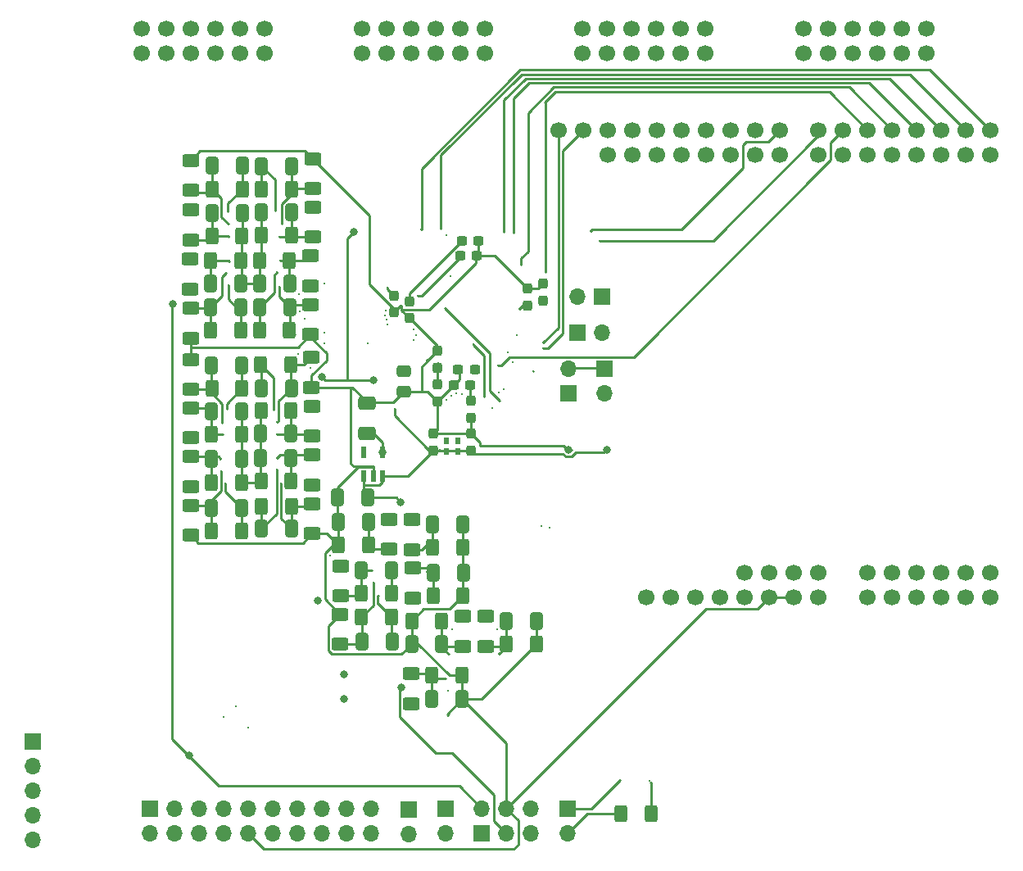
<source format=gbr>
%TF.GenerationSoftware,KiCad,Pcbnew,(6.0.7)*%
%TF.CreationDate,2023-05-13T08:51:53+05:30*%
%TF.ProjectId,DSP_board,4453505f-626f-4617-9264-2e6b69636164,rev?*%
%TF.SameCoordinates,Original*%
%TF.FileFunction,Copper,L4,Bot*%
%TF.FilePolarity,Positive*%
%FSLAX46Y46*%
G04 Gerber Fmt 4.6, Leading zero omitted, Abs format (unit mm)*
G04 Created by KiCad (PCBNEW (6.0.7)) date 2023-05-13 08:51:53*
%MOMM*%
%LPD*%
G01*
G04 APERTURE LIST*
G04 Aperture macros list*
%AMRoundRect*
0 Rectangle with rounded corners*
0 $1 Rounding radius*
0 $2 $3 $4 $5 $6 $7 $8 $9 X,Y pos of 4 corners*
0 Add a 4 corners polygon primitive as box body*
4,1,4,$2,$3,$4,$5,$6,$7,$8,$9,$2,$3,0*
0 Add four circle primitives for the rounded corners*
1,1,$1+$1,$2,$3*
1,1,$1+$1,$4,$5*
1,1,$1+$1,$6,$7*
1,1,$1+$1,$8,$9*
0 Add four rect primitives between the rounded corners*
20,1,$1+$1,$2,$3,$4,$5,0*
20,1,$1+$1,$4,$5,$6,$7,0*
20,1,$1+$1,$6,$7,$8,$9,0*
20,1,$1+$1,$8,$9,$2,$3,0*%
G04 Aperture macros list end*
%TA.AperFunction,ComponentPad*%
%ADD10R,1.700000X1.700000*%
%TD*%
%TA.AperFunction,ComponentPad*%
%ADD11O,1.700000X1.700000*%
%TD*%
%TA.AperFunction,ComponentPad*%
%ADD12C,1.700000*%
%TD*%
%TA.AperFunction,SMDPad,CuDef*%
%ADD13RoundRect,0.250000X0.412500X0.650000X-0.412500X0.650000X-0.412500X-0.650000X0.412500X-0.650000X0*%
%TD*%
%TA.AperFunction,SMDPad,CuDef*%
%ADD14RoundRect,0.250000X-0.625000X0.400000X-0.625000X-0.400000X0.625000X-0.400000X0.625000X0.400000X0*%
%TD*%
%TA.AperFunction,SMDPad,CuDef*%
%ADD15RoundRect,0.237500X-0.237500X0.300000X-0.237500X-0.300000X0.237500X-0.300000X0.237500X0.300000X0*%
%TD*%
%TA.AperFunction,SMDPad,CuDef*%
%ADD16RoundRect,0.250000X0.625000X-0.400000X0.625000X0.400000X-0.625000X0.400000X-0.625000X-0.400000X0*%
%TD*%
%TA.AperFunction,SMDPad,CuDef*%
%ADD17RoundRect,0.250000X-0.400000X-0.625000X0.400000X-0.625000X0.400000X0.625000X-0.400000X0.625000X0*%
%TD*%
%TA.AperFunction,SMDPad,CuDef*%
%ADD18RoundRect,0.250000X0.400000X0.625000X-0.400000X0.625000X-0.400000X-0.625000X0.400000X-0.625000X0*%
%TD*%
%TA.AperFunction,SMDPad,CuDef*%
%ADD19RoundRect,0.250000X-0.412500X-0.650000X0.412500X-0.650000X0.412500X0.650000X-0.412500X0.650000X0*%
%TD*%
%TA.AperFunction,SMDPad,CuDef*%
%ADD20RoundRect,0.237500X-0.300000X-0.237500X0.300000X-0.237500X0.300000X0.237500X-0.300000X0.237500X0*%
%TD*%
%TA.AperFunction,SMDPad,CuDef*%
%ADD21R,0.600000X0.750000*%
%TD*%
%TA.AperFunction,SMDPad,CuDef*%
%ADD22RoundRect,0.237500X0.237500X-0.300000X0.237500X0.300000X-0.237500X0.300000X-0.237500X-0.300000X0*%
%TD*%
%TA.AperFunction,SMDPad,CuDef*%
%ADD23RoundRect,0.237500X0.300000X0.237500X-0.300000X0.237500X-0.300000X-0.237500X0.300000X-0.237500X0*%
%TD*%
%TA.AperFunction,SMDPad,CuDef*%
%ADD24RoundRect,0.250000X-0.650000X0.412500X-0.650000X-0.412500X0.650000X-0.412500X0.650000X0.412500X0*%
%TD*%
%TA.AperFunction,SMDPad,CuDef*%
%ADD25RoundRect,0.250000X-0.475000X0.337500X-0.475000X-0.337500X0.475000X-0.337500X0.475000X0.337500X0*%
%TD*%
%TA.AperFunction,SMDPad,CuDef*%
%ADD26R,0.600000X1.250000*%
%TD*%
%TA.AperFunction,ViaPad*%
%ADD27C,0.300000*%
%TD*%
%TA.AperFunction,ViaPad*%
%ADD28C,0.800000*%
%TD*%
%TA.AperFunction,Conductor*%
%ADD29C,0.250000*%
%TD*%
G04 APERTURE END LIST*
D10*
%TO.P,JVSI1,1,Pin_1*%
%TO.N,Igrid3*%
X100120000Y-140610000D03*
D11*
%TO.P,JVSI1,2,Pin_2*%
%TO.N,Vgrid3*%
X100120000Y-143150000D03*
%TO.P,JVSI1,3,Pin_3*%
%TO.N,Igrid2*%
X102660000Y-140610000D03*
%TO.P,JVSI1,4,Pin_4*%
%TO.N,Vgrid2*%
X102660000Y-143150000D03*
%TO.P,JVSI1,5,Pin_5*%
%TO.N,Igrid1*%
X105200000Y-140610000D03*
%TO.P,JVSI1,6,Pin_6*%
%TO.N,Vgrid1*%
X105200000Y-143150000D03*
%TO.P,JVSI1,7,Pin_7*%
%TO.N,OCD_grid1*%
X107740000Y-140610000D03*
%TO.P,JVSI1,8,Pin_8*%
%TO.N,OCD_grd2*%
X107740000Y-143150000D03*
%TO.P,JVSI1,9,Pin_9*%
%TO.N,OCD_grid3*%
X110280000Y-140610000D03*
%TO.P,JVSI1,10,Pin_10*%
%TO.N,ctrl_gnd*%
X110280000Y-143150000D03*
%TO.P,JVSI1,11,Pin_11*%
%TO.N,vsi_ready*%
X112820000Y-140610000D03*
%TO.P,JVSI1,12,Pin_12*%
%TO.N,vsi_fault*%
X112820000Y-143150000D03*
%TO.P,JVSI1,13,Pin_13*%
%TO.N,VSI32*%
X115360000Y-140610000D03*
%TO.P,JVSI1,14,Pin_14*%
%TO.N,VSI31*%
X115360000Y-143150000D03*
%TO.P,JVSI1,15,Pin_15*%
%TO.N,VSI22*%
X117900000Y-140610000D03*
%TO.P,JVSI1,16,Pin_16*%
%TO.N,VSI21*%
X117900000Y-143150000D03*
%TO.P,JVSI1,17,Pin_17*%
%TO.N,VSI12*%
X120440000Y-140610000D03*
%TO.P,JVSI1,18,Pin_18*%
%TO.N,VSI11*%
X120440000Y-143150000D03*
%TO.P,JVSI1,19,Pin_19*%
%TO.N,SCL*%
X122980000Y-140610000D03*
%TO.P,JVSI1,20,Pin_20*%
%TO.N,SDA*%
X122980000Y-143150000D03*
%TD*%
D10*
%TO.P,J1,1,Pin_1*%
%TO.N,Net-(IC5-Pad41)*%
X147130000Y-95130000D03*
D11*
%TO.P,J1,2,Pin_2*%
%TO.N,Net-(J1-Pad2)*%
X147130000Y-97670000D03*
%TD*%
D10*
%TO.P,J3,1,Pin_1*%
%TO.N,Net-(IC5-Pad49)*%
X144305000Y-91440000D03*
D11*
%TO.P,J3,2,Pin_2*%
%TO.N,Net-(J3-Pad2)*%
X146845000Y-91440000D03*
%TD*%
D10*
%TO.P,J9,1,Pin_1*%
%TO.N,Analog_in1*%
X88005000Y-133720000D03*
D11*
%TO.P,J9,2,Pin_2*%
%TO.N,Analog_in2*%
X88005000Y-136260000D03*
%TO.P,J9,3,Pin_3*%
%TO.N,Analog_in3*%
X88005000Y-138800000D03*
%TO.P,J9,4,Pin_4*%
%TO.N,Analog_in4*%
X88005000Y-141340000D03*
%TO.P,J9,5,Pin_5*%
%TO.N,Analog_in5*%
X88005000Y-143880000D03*
%TD*%
D10*
%TO.P,J2,1,Pin_1*%
%TO.N,Net-(J2-Pad1)*%
X143380000Y-97705000D03*
D11*
%TO.P,J2,2,Pin_2*%
%TO.N,Net-(IC5-Pad41)*%
X143380000Y-95165000D03*
%TD*%
D12*
%TO.P,B1,1*%
%TO.N,unconnected-(B1-Pad1)*%
X151465000Y-118800000D03*
%TO.P,B1,2,IOREF*%
%TO.N,unconnected-(B1-Pad2)*%
X154005000Y-118800000D03*
%TO.P,B1,3,RST*%
%TO.N,unconnected-(B1-Pad3)*%
X156545000Y-118800000D03*
%TO.P,B1,4,3V3*%
%TO.N,FPGA_3v3*%
X159085000Y-118800000D03*
%TO.P,B1,5,5V0*%
%TO.N,unconnected-(B1-Pad5)*%
X161625000Y-118800000D03*
%TO.P,B1,6,GND*%
%TO.N,ctrl_gnd*%
X164165000Y-118800000D03*
%TO.P,B1,7,GND*%
X166705000Y-118800000D03*
%TO.P,B1,8,VIN*%
%TO.N,ctrl_15*%
X169245000Y-118800000D03*
%TO.P,B1,10,V_P*%
%TO.N,unconnected-(B1-Pad10)*%
X161625000Y-116260000D03*
%TO.P,B1,11,V_N*%
%TO.N,unconnected-(B1-Pad11)*%
X164165000Y-116260000D03*
%TO.P,B1,12,XGND*%
%TO.N,unconnected-(B1-Pad12)*%
X166705000Y-116260000D03*
%TO.P,B1,13,XVREF*%
%TO.N,unconnected-(B1-Pad13)*%
X169245000Y-116260000D03*
%TO.P,B1,14,A0*%
%TO.N,OCD_grid1*%
X174325000Y-118800000D03*
%TO.P,B1,15,A1*%
%TO.N,OCD_grd2*%
X176865000Y-118800000D03*
%TO.P,B1,16,A2*%
%TO.N,OCD_grid3*%
X179405000Y-118800000D03*
%TO.P,B1,17,A3*%
%TO.N,unconnected-(B1-Pad17)*%
X181945000Y-118800000D03*
%TO.P,B1,18,A4*%
%TO.N,unconnected-(B1-Pad18)*%
X184485000Y-118800000D03*
%TO.P,B1,19,A5*%
%TO.N,unconnected-(B1-Pad19)*%
X187025000Y-118800000D03*
%TO.P,B1,20,A6*%
%TO.N,unconnected-(B1-Pad20)*%
X174325000Y-116260000D03*
%TO.P,B1,21,A7*%
%TO.N,unconnected-(B1-Pad21)*%
X176865000Y-116260000D03*
%TO.P,B1,22,A8*%
%TO.N,unconnected-(B1-Pad22)*%
X179405000Y-116260000D03*
%TO.P,B1,23,A9*%
%TO.N,unconnected-(B1-Pad23)*%
X181945000Y-116260000D03*
%TO.P,B1,24,A10*%
%TO.N,unconnected-(B1-Pad24)*%
X184485000Y-116260000D03*
%TO.P,B1,25,A11*%
%TO.N,unconnected-(B1-Pad25)*%
X187025000Y-116260000D03*
%TO.P,B1,26,IO41*%
%TO.N,batt_ready*%
X147435000Y-73060000D03*
%TO.P,B1,27,IO40*%
%TO.N,batt_fault*%
X149975000Y-73060000D03*
%TO.P,B1,28,IO39*%
%TO.N,DAB2_PWM22*%
X152515000Y-73060000D03*
%TO.P,B1,29,IO38*%
%TO.N,DAB2_PWM21*%
X155055000Y-73060000D03*
%TO.P,B1,30,IO37*%
%TO.N,DAB2_PWM12*%
X157595000Y-73060000D03*
%TO.P,B1,31,IO36*%
%TO.N,DAB2_PWM11*%
X160135000Y-73060000D03*
%TO.P,B1,32,IO35*%
%TO.N,DAB1PWM22*%
X162675000Y-73060000D03*
%TO.P,B1,33,IO34*%
%TO.N,DAB1PWM21*%
X165215000Y-73060000D03*
%TO.P,B1,34,IO33*%
%TO.N,DAB1PWM12*%
X169245000Y-73060000D03*
%TO.P,B1,35,IO32*%
%TO.N,DAB1PWM11*%
X171785000Y-73060000D03*
%TO.P,B1,36,IO31*%
%TO.N,VSI32*%
X174325000Y-73060000D03*
%TO.P,B1,37,IO30*%
%TO.N,VSI31*%
X176865000Y-73060000D03*
%TO.P,B1,38,IO29*%
%TO.N,VSI22*%
X179405000Y-73060000D03*
%TO.P,B1,39,IO28*%
%TO.N,VSI21*%
X181945000Y-73060000D03*
%TO.P,B1,40,IO27*%
%TO.N,VSI12*%
X184485000Y-73060000D03*
%TO.P,B1,41,IO28*%
%TO.N,VSI11*%
X187025000Y-73080000D03*
%TO.P,B1,42,SCL*%
%TO.N,SCL*%
X142355000Y-70520000D03*
%TO.P,B1,43,SDA*%
%TO.N,SDA*%
X144895000Y-70520000D03*
%TO.P,B1,44,A*%
%TO.N,unconnected-(B1-Pad44)*%
X147435000Y-70520000D03*
%TO.P,B1,45,G*%
%TO.N,unconnected-(B1-Pad45)*%
X149975000Y-70520000D03*
%TO.P,B1,46,IO13*%
%TO.N,vsi_ready*%
X152515000Y-70520000D03*
%TO.P,B1,47,IO12*%
%TO.N,vsi_fault*%
X155055000Y-70520000D03*
%TO.P,B1,48,IO11*%
%TO.N,OCD_leakage*%
X157595000Y-70520000D03*
%TO.P,B1,49,IO10*%
%TO.N,dc_fault*%
X160135000Y-70520000D03*
%TO.P,B1,50,IO9*%
%TO.N,dc_ready*%
X162675000Y-70520000D03*
%TO.P,B1,51,IO8*%
%TO.N,/controller_sheet/en_dab*%
X165215000Y-70520000D03*
%TO.P,B1,52,IO7*%
%TO.N,/controller_sheet/en_vsi*%
X169245000Y-70520000D03*
%TO.P,B1,53,IO6*%
%TO.N,/controller_sheet/pwm_dabb2*%
X171785000Y-70520000D03*
%TO.P,B1,54,IO5*%
%TO.N,/controller_sheet/pwm_daba2*%
X174325000Y-70520000D03*
%TO.P,B1,55,IO4*%
%TO.N,/controller_sheet/pwmVSI3*%
X176865000Y-70520000D03*
%TO.P,B1,56,IO3*%
%TO.N,/controller_sheet/pwmVSI2*%
X179405000Y-70520000D03*
%TO.P,B1,57,IO2*%
%TO.N,/controller_sheet/pwmVSI1*%
X181945000Y-70520000D03*
%TO.P,B1,58,IO1*%
%TO.N,/controller_sheet/pwm_dabb1*%
X184485000Y-70520000D03*
%TO.P,B1,59,IO0*%
%TO.N,/controller_sheet/pwm_daba1*%
X187025000Y-70540000D03*
%TO.P,B1,60,JA1*%
%TO.N,unconnected-(B1-Pad60)*%
X99275000Y-62580000D03*
%TO.P,B1,61,JA2*%
%TO.N,unconnected-(B1-Pad61)*%
X101815000Y-62580000D03*
%TO.P,B1,62,JA3*%
%TO.N,unconnected-(B1-Pad62)*%
X104355000Y-62580000D03*
%TO.P,B1,63,JA4*%
%TO.N,unconnected-(B1-Pad63)*%
X106895000Y-62580000D03*
%TO.P,B1,64,JA5*%
%TO.N,unconnected-(B1-Pad64)*%
X109435000Y-62580000D03*
%TO.P,B1,65,JA6*%
%TO.N,unconnected-(B1-Pad65)*%
X111975000Y-62580000D03*
%TO.P,B1,66,JA7*%
%TO.N,unconnected-(B1-Pad66)*%
X99275000Y-60040000D03*
%TO.P,B1,67,JA8*%
%TO.N,unconnected-(B1-Pad67)*%
X101815000Y-60040000D03*
%TO.P,B1,68,JA9*%
%TO.N,unconnected-(B1-Pad68)*%
X104355000Y-60040000D03*
%TO.P,B1,69,JA10*%
%TO.N,unconnected-(B1-Pad69)*%
X106895000Y-60040000D03*
%TO.P,B1,70,JA11*%
%TO.N,unconnected-(B1-Pad70)*%
X109435000Y-60040000D03*
%TO.P,B1,71,JA12*%
%TO.N,unconnected-(B1-Pad71)*%
X111975000Y-60040000D03*
%TO.P,B1,72,JB1*%
%TO.N,unconnected-(B1-Pad72)*%
X122075000Y-62580000D03*
%TO.P,B1,73,JB2*%
%TO.N,unconnected-(B1-Pad73)*%
X124615000Y-62580000D03*
%TO.P,B1,74,JB3*%
%TO.N,unconnected-(B1-Pad74)*%
X127155000Y-62580000D03*
%TO.P,B1,75,JB4*%
%TO.N,unconnected-(B1-Pad75)*%
X129695000Y-62580000D03*
%TO.P,B1,76,JB5*%
%TO.N,unconnected-(B1-Pad76)*%
X132235000Y-62580000D03*
%TO.P,B1,77,JB6*%
%TO.N,unconnected-(B1-Pad77)*%
X134775000Y-62580000D03*
%TO.P,B1,78,JB7*%
%TO.N,unconnected-(B1-Pad78)*%
X122075000Y-60040000D03*
%TO.P,B1,79,JB8*%
%TO.N,unconnected-(B1-Pad79)*%
X124615000Y-60040000D03*
%TO.P,B1,80,JB9*%
%TO.N,unconnected-(B1-Pad80)*%
X127155000Y-60040000D03*
%TO.P,B1,81,JB10*%
%TO.N,unconnected-(B1-Pad81)*%
X129695000Y-60040000D03*
%TO.P,B1,82,JB11*%
%TO.N,unconnected-(B1-Pad82)*%
X132235000Y-60040000D03*
%TO.P,B1,83,JB12*%
%TO.N,unconnected-(B1-Pad83)*%
X134775000Y-60040000D03*
%TO.P,B1,84,JC1*%
%TO.N,unconnected-(B1-Pad84)*%
X144875000Y-62580000D03*
%TO.P,B1,85,JC2*%
%TO.N,unconnected-(B1-Pad85)*%
X147415000Y-62580000D03*
%TO.P,B1,86,JC3*%
%TO.N,unconnected-(B1-Pad86)*%
X149955000Y-62580000D03*
%TO.P,B1,87,JC4*%
%TO.N,unconnected-(B1-Pad87)*%
X152495000Y-62580000D03*
%TO.P,B1,88,JC5*%
%TO.N,unconnected-(B1-Pad88)*%
X155035000Y-62580000D03*
%TO.P,B1,89,JC6*%
%TO.N,unconnected-(B1-Pad89)*%
X157575000Y-62580000D03*
%TO.P,B1,90,JC7*%
%TO.N,unconnected-(B1-Pad90)*%
X144875000Y-60040000D03*
%TO.P,B1,91,JC8*%
%TO.N,unconnected-(B1-Pad91)*%
X147415000Y-60040000D03*
%TO.P,B1,92,JC10*%
%TO.N,unconnected-(B1-Pad92)*%
X149955000Y-60040000D03*
%TO.P,B1,93,JC10*%
%TO.N,unconnected-(B1-Pad93)*%
X152495000Y-60040000D03*
%TO.P,B1,94,JC11*%
%TO.N,unconnected-(B1-Pad94)*%
X155035000Y-60040000D03*
%TO.P,B1,95,JC12*%
%TO.N,unconnected-(B1-Pad95)*%
X157575000Y-60040000D03*
%TO.P,B1,96,JD1*%
%TO.N,unconnected-(B1-Pad96)*%
X167675000Y-62580000D03*
%TO.P,B1,97,JD2*%
%TO.N,unconnected-(B1-Pad97)*%
X170215000Y-62580000D03*
%TO.P,B1,98,JD3*%
%TO.N,unconnected-(B1-Pad98)*%
X172755000Y-62580000D03*
%TO.P,B1,99,JD4*%
%TO.N,unconnected-(B1-Pad99)*%
X175295000Y-62580000D03*
%TO.P,B1,100,JD5*%
%TO.N,unconnected-(B1-Pad100)*%
X177835000Y-62580000D03*
%TO.P,B1,101,JD6*%
%TO.N,unconnected-(B1-Pad101)*%
X180375000Y-62580000D03*
%TO.P,B1,102,JD7*%
%TO.N,unconnected-(B1-Pad102)*%
X167675000Y-60040000D03*
%TO.P,B1,103,JD8*%
%TO.N,unconnected-(B1-Pad103)*%
X170215000Y-60040000D03*
%TO.P,B1,104,JD9*%
%TO.N,unconnected-(B1-Pad104)*%
X172755000Y-60040000D03*
%TO.P,B1,105,JD10*%
%TO.N,unconnected-(B1-Pad105)*%
X175295000Y-60040000D03*
%TO.P,B1,106,JD11*%
%TO.N,unconnected-(B1-Pad106)*%
X177835000Y-60040000D03*
%TO.P,B1,107,JD12*%
%TO.N,unconnected-(B1-Pad107)*%
X180375000Y-60040000D03*
%TD*%
D10*
%TO.P,J8,1,Pin_1*%
%TO.N,V_dc_link*%
X126905000Y-140670000D03*
D11*
%TO.P,J8,2,Pin_2*%
%TO.N,curr_leakeage_i*%
X126905000Y-143210000D03*
%TD*%
D10*
%TO.P,J4,1,Pin_1*%
%TO.N,Net-(J4-Pad1)*%
X146855000Y-87690000D03*
D11*
%TO.P,J4,2,Pin_2*%
%TO.N,Net-(IC5-Pad49)*%
X144315000Y-87690000D03*
%TD*%
D10*
%TO.P,J6,1,Pin_1*%
%TO.N,Net-(J5-Pad1)*%
X143350000Y-140600000D03*
D11*
%TO.P,J6,2,Pin_2*%
%TO.N,ctrl_3v3*%
X143350000Y-143140000D03*
%TD*%
D10*
%TO.P,J_power1,1,Pin_1*%
%TO.N,ctrl_15*%
X134445000Y-143135000D03*
D11*
%TO.P,J_power1,2,Pin_2*%
%TO.N,ctrl_-15*%
X134445000Y-140595000D03*
%TO.P,J_power1,3,Pin_3*%
%TO.N,ctrl_3v3*%
X136985000Y-143135000D03*
%TO.P,J_power1,4,Pin_4*%
%TO.N,ctrl_gnd*%
X136985000Y-140595000D03*
%TO.P,J_power1,5,Pin_5*%
%TO.N,24_gnd*%
X139525000Y-143135000D03*
%TO.P,J_power1,6,Pin_6*%
%TO.N,V_12*%
X139525000Y-140595000D03*
%TD*%
D10*
%TO.P,J10,1,Pin_1*%
%TO.N,batt_v*%
X130665000Y-140620000D03*
D11*
%TO.P,J10,2,Pin_2*%
%TO.N,batt_curr_0*%
X130665000Y-143160000D03*
%TD*%
D13*
%TO.P,C26,1*%
%TO.N,Net-(C26-Pad1)*%
X122700000Y-110998750D03*
%TO.P,C26,2*%
%TO.N,ctrl_gnd*%
X119575000Y-110998750D03*
%TD*%
D14*
%TO.P,R26,1*%
%TO.N,ctrl_gnd*%
X104358000Y-73610000D03*
%TO.P,R26,2*%
%TO.N,Net-(C12-Pad2)*%
X104358000Y-76710000D03*
%TD*%
D15*
%TO.P,Cvdda_2,1*%
%TO.N,VDDA*%
X129820000Y-96777000D03*
%TO.P,Cvdda_2,2*%
%TO.N,ctrl_gnd*%
X129820000Y-98502000D03*
%TD*%
D16*
%TO.P,R78,1*%
%TO.N,Net-(C28-Pad2)*%
X119810000Y-123630000D03*
%TO.P,R78,2*%
%TO.N,ctrl_gnd*%
X119810000Y-120530000D03*
%TD*%
D17*
%TO.P,R32,1*%
%TO.N,ctrl_gnd*%
X127200000Y-121201250D03*
%TO.P,R32,2*%
%TO.N,Net-(C8-Pad1)*%
X130300000Y-121201250D03*
%TD*%
D18*
%TO.P,R65,1*%
%TO.N,ctrl_gnd*%
X140090000Y-123620000D03*
%TO.P,R65,2*%
%TO.N,Net-(C23-Pad1)*%
X136990000Y-123620000D03*
%TD*%
D15*
%TO.P,Cvdd_4,1*%
%TO.N,VDD*%
X126950000Y-88177000D03*
%TO.P,Cvdd_4,2*%
%TO.N,ctrl_gnd*%
X126950000Y-89902000D03*
%TD*%
D19*
%TO.P,C15,1*%
%TO.N,Net-(C15-Pad1)*%
X111475500Y-88780000D03*
%TO.P,C15,2*%
%TO.N,Vgrid2_sense*%
X114600500Y-88780000D03*
%TD*%
%TO.P,C2,1*%
%TO.N,Net-(C2-Pad1)*%
X121957500Y-115960000D03*
%TO.P,C2,2*%
%TO.N,offset_v*%
X125082500Y-115960000D03*
%TD*%
D14*
%TO.P,R67,1*%
%TO.N,ctrl_gnd*%
X116950500Y-73467500D03*
%TO.P,R67,2*%
%TO.N,Net-(C21-Pad2)*%
X116950500Y-76567500D03*
%TD*%
D17*
%TO.P,R55,1*%
%TO.N,Net-(C13-Pad2)*%
X106522500Y-111946250D03*
%TO.P,R55,2*%
%TO.N,Vgrid1_sense*%
X109622500Y-111946250D03*
%TD*%
D14*
%TO.P,R77,1*%
%TO.N,Analog_in2*%
X127250000Y-110760000D03*
%TO.P,R77,2*%
%TO.N,Net-(C30-Pad1)*%
X127250000Y-113860000D03*
%TD*%
%TO.P,R75,1*%
%TO.N,Analog_in1*%
X124817500Y-110701750D03*
%TO.P,R75,2*%
%TO.N,Net-(C26-Pad1)*%
X124817500Y-113801750D03*
%TD*%
D13*
%TO.P,C11,1*%
%TO.N,Vgrid3_sense*%
X109550500Y-88770000D03*
%TO.P,C11,2*%
%TO.N,Net-(C11-Pad2)*%
X106425500Y-88770000D03*
%TD*%
D18*
%TO.P,R8,1*%
%TO.N,ctrl_gnd*%
X132490000Y-118600000D03*
%TO.P,R8,2*%
%TO.N,Net-(C4-Pad1)*%
X129390000Y-118600000D03*
%TD*%
D20*
%TO.P,Cvdd_1,1*%
%TO.N,VDD*%
X132387500Y-81950000D03*
%TO.P,Cvdd_1,2*%
%TO.N,ctrl_gnd*%
X134112500Y-81950000D03*
%TD*%
D17*
%TO.P,R72,1*%
%TO.N,offset_v*%
X111615000Y-99488750D03*
%TO.P,R72,2*%
%TO.N,Net-(C25-Pad1)*%
X114715000Y-99488750D03*
%TD*%
D18*
%TO.P,R15,1*%
%TO.N,offset_v*%
X109580000Y-101920000D03*
%TO.P,R15,2*%
%TO.N,Net-(C6-Pad1)*%
X106480000Y-101920000D03*
%TD*%
D19*
%TO.P,C4,1*%
%TO.N,Net-(C4-Pad1)*%
X129417500Y-116210000D03*
%TO.P,C4,2*%
%TO.N,ctrl_gnd*%
X132542500Y-116210000D03*
%TD*%
D21*
%TO.P,FB2,1,1*%
%TO.N,VDDA*%
X130800000Y-102610000D03*
%TO.P,FB2,2,2*%
%TO.N,ctrl_3v3*%
X130800000Y-103710000D03*
%TD*%
D22*
%TO.P,Cvdd_3,1*%
%TO.N,VDD*%
X140730000Y-88102000D03*
%TO.P,Cvdd_3,2*%
%TO.N,ctrl_gnd*%
X140730000Y-86377000D03*
%TD*%
D18*
%TO.P,R13,1*%
%TO.N,offset_v*%
X109600000Y-106910000D03*
%TO.P,R13,2*%
%TO.N,Net-(C5-Pad1)*%
X106500000Y-106910000D03*
%TD*%
D13*
%TO.P,C8,1*%
%TO.N,Net-(C8-Pad1)*%
X130312500Y-123571250D03*
%TO.P,C8,2*%
%TO.N,ctrl_gnd*%
X127187500Y-123571250D03*
%TD*%
D16*
%TO.P,R66,1*%
%TO.N,V_dc_link*%
X116900000Y-107180000D03*
%TO.P,R66,2*%
%TO.N,Net-(C24-Pad1)*%
X116900000Y-104080000D03*
%TD*%
D18*
%TO.P,R1,1*%
%TO.N,offset_v*%
X109638000Y-81420000D03*
%TO.P,R1,2*%
%TO.N,Net-(C1-Pad1)*%
X106538000Y-81420000D03*
%TD*%
D19*
%TO.P,C6,1*%
%TO.N,Net-(C6-Pad1)*%
X106497500Y-99570000D03*
%TO.P,C6,2*%
%TO.N,offset_v*%
X109622500Y-99570000D03*
%TD*%
D23*
%TO.P,Cvdd_2,1*%
%TO.N,VDD*%
X133252500Y-96829500D03*
%TO.P,Cvdd_2,2*%
%TO.N,ctrl_gnd*%
X131527500Y-96829500D03*
%TD*%
D13*
%TO.P,C12,1*%
%TO.N,Igrid3_sense*%
X109683000Y-74126250D03*
%TO.P,C12,2*%
%TO.N,Net-(C12-Pad2)*%
X106558000Y-74126250D03*
%TD*%
D22*
%TO.P,C18,1*%
%TO.N,ctrl_3v3*%
X129430000Y-103592500D03*
%TO.P,C18,2*%
%TO.N,ctrl_gnd*%
X129430000Y-101867500D03*
%TD*%
D16*
%TO.P,R21,1*%
%TO.N,Net-(C9-Pad1)*%
X116948000Y-81553750D03*
%TO.P,R21,2*%
%TO.N,Igrid2*%
X116948000Y-78453750D03*
%TD*%
D19*
%TO.P,C5,1*%
%TO.N,Net-(C5-Pad1)*%
X106507500Y-104480000D03*
%TO.P,C5,2*%
%TO.N,offset_v*%
X109632500Y-104480000D03*
%TD*%
D20*
%TO.P,Cvddio_3,1*%
%TO.N,VDDIO*%
X132187500Y-83499500D03*
%TO.P,Cvddio_3,2*%
%TO.N,ctrl_gnd*%
X133912500Y-83499500D03*
%TD*%
D13*
%TO.P,C14,1*%
%TO.N,Igrid1_sense*%
X109615000Y-94850000D03*
%TO.P,C14,2*%
%TO.N,Net-(C14-Pad2)*%
X106490000Y-94850000D03*
%TD*%
D16*
%TO.P,R3,1*%
%TO.N,Net-(C1-Pad1)*%
X104348000Y-81830000D03*
%TO.P,R3,2*%
%TO.N,Igrid3*%
X104348000Y-78730000D03*
%TD*%
D17*
%TO.P,R73,1*%
%TO.N,ctrl_gnd*%
X119607500Y-113368750D03*
%TO.P,R73,2*%
%TO.N,Net-(C26-Pad1)*%
X122707500Y-113368750D03*
%TD*%
D18*
%TO.P,R76,1*%
%TO.N,ctrl_gnd*%
X132480000Y-113610000D03*
%TO.P,R76,2*%
%TO.N,Net-(C30-Pad1)*%
X129380000Y-113610000D03*
%TD*%
D19*
%TO.P,C22,1*%
%TO.N,I_leackage*%
X111615000Y-97150000D03*
%TO.P,C22,2*%
%TO.N,Net-(C22-Pad2)*%
X114740000Y-97150000D03*
%TD*%
D13*
%TO.P,C27,1*%
%TO.N,ctrl_3v3*%
X122642500Y-108460000D03*
%TO.P,C27,2*%
%TO.N,ctrl_gnd*%
X119517500Y-108460000D03*
%TD*%
D16*
%TO.P,R57,1*%
%TO.N,Analog_in4*%
X127140000Y-129750000D03*
%TO.P,R57,2*%
%TO.N,Net-(C10-Pad1)*%
X127140000Y-126650000D03*
%TD*%
D19*
%TO.P,C23,1*%
%TO.N,Net-(C23-Pad1)*%
X136977500Y-121210000D03*
%TO.P,C23,2*%
%TO.N,ctrl_gnd*%
X140102500Y-121210000D03*
%TD*%
D16*
%TO.P,R2,1*%
%TO.N,Net-(C2-Pad1)*%
X119840000Y-118630000D03*
%TO.P,R2,2*%
%TO.N,batt_curr_0*%
X119840000Y-115530000D03*
%TD*%
%TO.P,R71,1*%
%TO.N,Net-(C25-Pad1)*%
X116867500Y-102120000D03*
%TO.P,R71,2*%
%TO.N,curr_leakeage_i*%
X116867500Y-99020000D03*
%TD*%
D17*
%TO.P,R53,1*%
%TO.N,Net-(C11-Pad2)*%
X106438000Y-91140000D03*
%TO.P,R53,2*%
%TO.N,Vgrid3_sense*%
X109538000Y-91140000D03*
%TD*%
D16*
%TO.P,R59,1*%
%TO.N,ctrl_gnd*%
X116748000Y-91630000D03*
%TO.P,R59,2*%
%TO.N,Vgrid2_sense*%
X116748000Y-88530000D03*
%TD*%
D17*
%TO.P,R23,1*%
%TO.N,offset_v*%
X111665500Y-81350000D03*
%TO.P,R23,2*%
%TO.N,Net-(C9-Pad1)*%
X114765500Y-81350000D03*
%TD*%
D13*
%TO.P,C24,1*%
%TO.N,Net-(C24-Pad1)*%
X114722500Y-104400000D03*
%TO.P,C24,2*%
%TO.N,offset_v*%
X111597500Y-104400000D03*
%TD*%
D16*
%TO.P,R16,1*%
%TO.N,Vgrid2*%
X116728000Y-86590000D03*
%TO.P,R16,2*%
%TO.N,Net-(C7-Pad1)*%
X116728000Y-83490000D03*
%TD*%
%TO.P,R5,1*%
%TO.N,batt_v*%
X127270000Y-118860000D03*
%TO.P,R5,2*%
%TO.N,Net-(C4-Pad1)*%
X127270000Y-115760000D03*
%TD*%
D17*
%TO.P,R41,1*%
%TO.N,ctrl_3v3*%
X148810000Y-141130000D03*
%TO.P,R41,2*%
%TO.N,TMS*%
X151910000Y-141130000D03*
%TD*%
D19*
%TO.P,C10,1*%
%TO.N,Net-(C10-Pad1)*%
X129297500Y-129280000D03*
%TO.P,C10,2*%
%TO.N,ctrl_gnd*%
X132422500Y-129280000D03*
%TD*%
D22*
%TO.P,C16,1*%
%TO.N,ctrl_3v3*%
X133310000Y-103592500D03*
%TO.P,C16,2*%
%TO.N,ctrl_gnd*%
X133310000Y-101867500D03*
%TD*%
D16*
%TO.P,R29,1*%
%TO.N,ctrl_gnd*%
X104328000Y-92000000D03*
%TO.P,R29,2*%
%TO.N,Net-(C11-Pad2)*%
X104328000Y-88900000D03*
%TD*%
D18*
%TO.P,R62,1*%
%TO.N,Vgrid2_sense*%
X114548000Y-91170000D03*
%TO.P,R62,2*%
%TO.N,Net-(C15-Pad1)*%
X111448000Y-91170000D03*
%TD*%
D13*
%TO.P,C9,1*%
%TO.N,Net-(C9-Pad1)*%
X114768000Y-78980000D03*
%TO.P,C9,2*%
%TO.N,offset_v*%
X111643000Y-78980000D03*
%TD*%
%TO.P,C13,1*%
%TO.N,Vgrid1_sense*%
X109635000Y-109506250D03*
%TO.P,C13,2*%
%TO.N,Net-(C13-Pad2)*%
X106510000Y-109506250D03*
%TD*%
D22*
%TO.P,Cvdda_1,1*%
%TO.N,VDDA*%
X129820000Y-95052000D03*
%TO.P,Cvdda_1,2*%
%TO.N,ctrl_gnd*%
X129820000Y-93327000D03*
%TD*%
D21*
%TO.P,FB1,1,1*%
%TO.N,VDDIO*%
X131970000Y-102640000D03*
%TO.P,FB1,2,2*%
%TO.N,ctrl_3v3*%
X131970000Y-103740000D03*
%TD*%
D16*
%TO.P,R25,1*%
%TO.N,Vgrid1*%
X104330000Y-107350000D03*
%TO.P,R25,2*%
%TO.N,Net-(C5-Pad1)*%
X104330000Y-104250000D03*
%TD*%
D17*
%TO.P,R54,1*%
%TO.N,Net-(C14-Pad2)*%
X106525000Y-97200000D03*
%TO.P,R54,2*%
%TO.N,Igrid1_sense*%
X109625000Y-97200000D03*
%TD*%
D19*
%TO.P,C20,1*%
%TO.N,Net-(C20-Pad1)*%
X111657500Y-111700000D03*
%TO.P,C20,2*%
%TO.N,Vdc_link*%
X114782500Y-111700000D03*
%TD*%
D23*
%TO.P,Cvddio_2,1*%
%TO.N,VDDIO*%
X133712500Y-95279500D03*
%TO.P,Cvddio_2,2*%
%TO.N,ctrl_gnd*%
X131987500Y-95279500D03*
%TD*%
D18*
%TO.P,R63,1*%
%TO.N,Net-(C22-Pad2)*%
X114687500Y-94770000D03*
%TO.P,R63,2*%
%TO.N,I_leackage*%
X111587500Y-94770000D03*
%TD*%
D17*
%TO.P,R36,1*%
%TO.N,Net-(C12-Pad2)*%
X106590500Y-76586250D03*
%TO.P,R36,2*%
%TO.N,Igrid3_sense*%
X109690500Y-76586250D03*
%TD*%
D16*
%TO.P,R7,1*%
%TO.N,Vgrid3*%
X104270500Y-86920000D03*
%TO.P,R7,2*%
%TO.N,Net-(C3-Pad1)*%
X104270500Y-83820000D03*
%TD*%
D19*
%TO.P,C30,1*%
%TO.N,Net-(C30-Pad1)*%
X129357500Y-111250000D03*
%TO.P,C30,2*%
%TO.N,ctrl_gnd*%
X132482500Y-111250000D03*
%TD*%
D18*
%TO.P,R64,1*%
%TO.N,Vdc_link*%
X114780000Y-109360000D03*
%TO.P,R64,2*%
%TO.N,Net-(C20-Pad1)*%
X111680000Y-109360000D03*
%TD*%
D14*
%TO.P,R28,1*%
%TO.N,ctrl_gnd*%
X104350000Y-94200000D03*
%TO.P,R28,2*%
%TO.N,Net-(C14-Pad2)*%
X104350000Y-97300000D03*
%TD*%
%TO.P,R19,1*%
%TO.N,Net-(C6-Pad1)*%
X104360000Y-99190000D03*
%TO.P,R19,2*%
%TO.N,Igrid1*%
X104360000Y-102290000D03*
%TD*%
D13*
%TO.P,C7,1*%
%TO.N,Net-(C7-Pad1)*%
X114570500Y-86340000D03*
%TO.P,C7,2*%
%TO.N,offset_v*%
X111445500Y-86340000D03*
%TD*%
D18*
%TO.P,R60,1*%
%TO.N,Net-(C21-Pad2)*%
X114768000Y-76573750D03*
%TO.P,R60,2*%
%TO.N,Igrid2_sense*%
X111668000Y-76573750D03*
%TD*%
D16*
%TO.P,R61,1*%
%TO.N,ctrl_gnd*%
X116890000Y-112210000D03*
%TO.P,R61,2*%
%TO.N,Vdc_link*%
X116890000Y-109110000D03*
%TD*%
D22*
%TO.P,Cvddio_1,1*%
%TO.N,VDDIO*%
X139190000Y-88602000D03*
%TO.P,Cvddio_1,2*%
%TO.N,ctrl_gnd*%
X139190000Y-86877000D03*
%TD*%
D24*
%TO.P,C29,1*%
%TO.N,ctrl_gnd*%
X122590000Y-98697500D03*
%TO.P,C29,2*%
%TO.N,offset_v*%
X122590000Y-101822500D03*
%TD*%
D25*
%TO.P,C19,1*%
%TO.N,Net-(C19-Pad1)*%
X126390000Y-95432500D03*
%TO.P,C19,2*%
%TO.N,ctrl_gnd*%
X126390000Y-97507500D03*
%TD*%
D18*
%TO.P,R4,1*%
%TO.N,offset_v*%
X125070000Y-118370000D03*
%TO.P,R4,2*%
%TO.N,Net-(C2-Pad1)*%
X121970000Y-118370000D03*
%TD*%
D13*
%TO.P,C28,1*%
%TO.N,batt_curr_sense*%
X125162500Y-123340000D03*
%TO.P,C28,2*%
%TO.N,Net-(C28-Pad2)*%
X122037500Y-123340000D03*
%TD*%
D26*
%TO.P,LDO1,1,IN*%
%TO.N,ctrl_3v3*%
X124170000Y-106250000D03*
%TO.P,LDO1,2,GND*%
%TO.N,ctrl_gnd*%
X123220000Y-106250000D03*
%TO.P,LDO1,3,EN*%
%TO.N,ctrl_3v3*%
X122270000Y-106250000D03*
%TO.P,LDO1,4,N/C*%
%TO.N,unconnected-(LDO1-Pad4)*%
X122270000Y-103750000D03*
%TO.P,LDO1,5,OUT*%
%TO.N,offset_v*%
X124170000Y-103750000D03*
%TD*%
D17*
%TO.P,R70,1*%
%TO.N,offset_v*%
X111620000Y-106760000D03*
%TO.P,R70,2*%
%TO.N,Net-(C24-Pad1)*%
X114720000Y-106760000D03*
%TD*%
D16*
%TO.P,R69,1*%
%TO.N,ctrl_gnd*%
X116847500Y-97090000D03*
%TO.P,R69,2*%
%TO.N,Net-(C22-Pad2)*%
X116847500Y-93990000D03*
%TD*%
D19*
%TO.P,C3,1*%
%TO.N,Net-(C3-Pad1)*%
X106438000Y-86360000D03*
%TO.P,C3,2*%
%TO.N,offset_v*%
X109563000Y-86360000D03*
%TD*%
D14*
%TO.P,R56,1*%
%TO.N,Analog_in3*%
X132450000Y-120721250D03*
%TO.P,R56,2*%
%TO.N,Net-(C8-Pad1)*%
X132450000Y-123821250D03*
%TD*%
D17*
%TO.P,R68,1*%
%TO.N,offset_v*%
X111458000Y-83960000D03*
%TO.P,R68,2*%
%TO.N,Net-(C7-Pad1)*%
X114558000Y-83960000D03*
%TD*%
D18*
%TO.P,R33,1*%
%TO.N,ctrl_gnd*%
X132370000Y-126830000D03*
%TO.P,R33,2*%
%TO.N,Net-(C10-Pad1)*%
X129270000Y-126830000D03*
%TD*%
D15*
%TO.P,C17,1*%
%TO.N,VDD*%
X133310000Y-98497500D03*
%TO.P,C17,2*%
%TO.N,ctrl_gnd*%
X133310000Y-100222500D03*
%TD*%
%TO.P,Cvddio_4,1*%
%TO.N,VDDIO*%
X125360000Y-87617000D03*
%TO.P,Cvddio_4,2*%
%TO.N,ctrl_gnd*%
X125360000Y-89342000D03*
%TD*%
D19*
%TO.P,C1,1*%
%TO.N,Net-(C1-Pad1)*%
X106535500Y-79040000D03*
%TO.P,C1,2*%
%TO.N,offset_v*%
X109660500Y-79040000D03*
%TD*%
D18*
%TO.P,R6,1*%
%TO.N,offset_v*%
X109520500Y-83970000D03*
%TO.P,R6,2*%
%TO.N,Net-(C3-Pad1)*%
X106420500Y-83970000D03*
%TD*%
D16*
%TO.P,R35,1*%
%TO.N,ctrl_gnd*%
X104332500Y-112366250D03*
%TO.P,R35,2*%
%TO.N,Net-(C13-Pad2)*%
X104332500Y-109266250D03*
%TD*%
D19*
%TO.P,C21,1*%
%TO.N,Igrid2_sense*%
X111635500Y-74203750D03*
%TO.P,C21,2*%
%TO.N,Net-(C21-Pad2)*%
X114760500Y-74203750D03*
%TD*%
D17*
%TO.P,R74,1*%
%TO.N,Net-(C28-Pad2)*%
X121990000Y-120810000D03*
%TO.P,R74,2*%
%TO.N,batt_curr_sense*%
X125090000Y-120810000D03*
%TD*%
D14*
%TO.P,R58,1*%
%TO.N,Analog_in5*%
X134820000Y-120740000D03*
%TO.P,R58,2*%
%TO.N,Net-(C23-Pad1)*%
X134820000Y-123840000D03*
%TD*%
D13*
%TO.P,C25,1*%
%TO.N,Net-(C25-Pad1)*%
X114727500Y-101858750D03*
%TO.P,C25,2*%
%TO.N,offset_v*%
X111602500Y-101858750D03*
%TD*%
D27*
%TO.N,ctrl_3v3*%
X125420000Y-99300000D03*
%TO.N,OCD_grid3*%
X110320000Y-132220000D03*
%TO.N,OCD_grd2*%
X109000000Y-130030000D03*
%TO.N,OCD_grid1*%
X107730000Y-131110000D03*
%TO.N,OCD_grid3*%
X136740000Y-97290000D03*
%TO.N,OCD_grd2*%
X136240000Y-97580000D03*
%TO.N,OCD_grid1*%
X135524500Y-99220000D03*
D28*
%TO.N,ctrl_3v3*%
X121190000Y-81030000D03*
D27*
%TO.N,ctrl_gnd*%
X124710552Y-88335174D03*
X132117135Y-95010498D03*
X122830000Y-84840000D03*
D28*
X126460000Y-97550000D03*
D27*
X133790000Y-83740000D03*
D28*
X143410000Y-103520000D03*
X133310000Y-101858750D03*
D27*
X138390000Y-86100000D03*
D28*
%TO.N,ctrl_-15*%
X102480000Y-88480000D03*
X104170000Y-135130000D03*
%TO.N,ctrl_3v3*%
X147340000Y-103530000D03*
D27*
X130140000Y-103550000D03*
D28*
X126120000Y-128090000D03*
X123250000Y-96320000D03*
X117949268Y-95986904D03*
D27*
X133296250Y-103592500D03*
D28*
X126080000Y-108930000D03*
D27*
%TO.N,/controller_sheet/en_dab*%
X145720000Y-80950000D03*
%TO.N,Vgrid1*%
X104520000Y-107240000D03*
D28*
%TO.N,Vgrid3*%
X104250000Y-86900000D03*
D27*
%TO.N,Vgrid2*%
X117250000Y-86810000D03*
D28*
%TO.N,Igrid3*%
X104420000Y-78790000D03*
%TO.N,Igrid2*%
X116910000Y-78510000D03*
D27*
%TO.N,Igrid1*%
X104300000Y-102280000D03*
D28*
%TO.N,batt_curr_0*%
X119820000Y-115600000D03*
%TO.N,batt_v*%
X127310000Y-118960000D03*
X117480000Y-119110000D03*
D27*
%TO.N,curr_leakeage_i*%
X117030000Y-99020000D03*
D28*
%TO.N,V_dc_link*%
X116900000Y-107180000D03*
D27*
%TO.N,/controller_sheet/en_vsi*%
X146620000Y-81950000D03*
%TO.N,Net-(C3-Pad1)*%
X104432327Y-83820000D03*
X108308000Y-84030000D03*
%TO.N,Net-(C9-Pad1)*%
X113528000Y-81500000D03*
%TO.N,Net-(C10-Pad1)*%
X130670000Y-127160000D03*
%TO.N,Net-(C8-Pad1)*%
X131020000Y-124650000D03*
%TO.N,/controller_sheet/pwmVSI3*%
X138520000Y-84390000D03*
%TO.N,/controller_sheet/pwmVSI2*%
X137719502Y-81120000D03*
%TO.N,/controller_sheet/pwmVSI1*%
X136710000Y-81010000D03*
%TO.N,batt_curr_sense*%
X118720000Y-114430000D03*
X123720000Y-118600000D03*
%TO.N,/controller_sheet/pwm_daba1*%
X128190000Y-80730000D03*
%TO.N,Igrid3_sense*%
X124589875Y-90113884D03*
X115623169Y-89261014D03*
X108188000Y-78940000D03*
%TO.N,Igrid2_sense*%
X124535500Y-89120000D03*
X113068000Y-78850000D03*
X118130000Y-86340000D03*
%TO.N,Igrid1_sense*%
X118130000Y-91400000D03*
X127410000Y-91120000D03*
X108064500Y-99340000D03*
%TO.N,Net-(C13-Pad2)*%
X107480000Y-105730000D03*
%TO.N,Vgrid1_sense*%
X127640000Y-91650000D03*
X118140000Y-92510000D03*
X107954500Y-107000000D03*
%TO.N,Vgrid2_sense*%
X124390000Y-89610000D03*
X113488000Y-86650000D03*
X115530000Y-87470000D03*
%TO.N,Vgrid3_sense*%
X124725500Y-90620000D03*
X116130000Y-90010000D03*
X108238000Y-86480000D03*
%TO.N,I_leackage*%
X127360000Y-92150000D03*
X112900000Y-99360000D03*
X115442638Y-93662012D03*
%TO.N,Vdc_link*%
X113694500Y-107020000D03*
X122630000Y-92560000D03*
D28*
%TO.N,Net-(C19-Pad1)*%
X126420000Y-95440000D03*
D27*
%TO.N,/controller_sheet/pwm_daba2*%
X140990000Y-85150000D03*
%TO.N,/controller_sheet/pwm_dabb2*%
X136080000Y-94800000D03*
%TO.N,/controller_sheet/pwm_dabb1*%
X130210000Y-80690000D03*
%TO.N,VDD*%
X132700000Y-81680000D03*
X140450000Y-88109500D03*
X127357812Y-88368858D03*
X133245500Y-97100000D03*
%TO.N,VDDA*%
X130800000Y-98340000D03*
X130820000Y-102602500D03*
X129927439Y-94535082D03*
%TO.N,VDDIO*%
X127780000Y-87600000D03*
X132030000Y-102582500D03*
X132200000Y-83680000D03*
X133719502Y-95519500D03*
X138330000Y-88950000D03*
X124670500Y-86790000D03*
%TO.N,SCITX*%
X136250000Y-98494500D03*
X131704500Y-89980000D03*
%TO.N,SCiRX*%
X134710000Y-98030000D03*
X133570000Y-92580000D03*
%TO.N,TDO*%
X138080000Y-91660000D03*
X139720000Y-95390000D03*
%TO.N,TMS*%
X151760000Y-137700000D03*
%TO.N,Net-(J5-Pad1)*%
X148720000Y-137680000D03*
%TO.N,Net-(C23-Pad1)*%
X136240000Y-124660000D03*
%TO.N,SCL*%
X140790000Y-92480000D03*
X140580000Y-111450000D03*
%TO.N,SDA*%
X141440000Y-111560000D03*
X140770000Y-93080000D03*
%TO.N,vsi_ready*%
X131230000Y-85580000D03*
%TO.N,vsi_fault*%
X130745500Y-81320000D03*
%TO.N,Net-(C4-Pad1)*%
X128780000Y-116110000D03*
%TO.N,offset_v*%
X109622500Y-99477500D03*
X122790000Y-101850000D03*
D28*
X125082500Y-115987500D03*
D27*
X116750000Y-95040000D03*
X111420000Y-83930000D03*
D28*
X124170000Y-103750000D03*
D27*
%TO.N,batt_fault*%
X137110500Y-93480500D03*
%TO.N,batt_ready*%
X137650000Y-94490000D03*
%TO.N,ADC5*%
X136022038Y-122114152D03*
X132350000Y-97750000D03*
%TO.N,ADC4*%
X130950000Y-128410000D03*
X131789023Y-97654000D03*
%TO.N,ADC3*%
X131370000Y-122080000D03*
X131294500Y-97940000D03*
%TO.N,Analog_in1*%
X124608000Y-110610000D03*
D28*
X120180000Y-126700000D03*
D27*
%TO.N,Analog_in2*%
X126695500Y-110750000D03*
D28*
X120180000Y-129240000D03*
%TO.N,Analog_in3*%
X132810000Y-120710000D03*
%TO.N,Analog_in4*%
X127530000Y-129940000D03*
%TO.N,Analog_in5*%
X135000000Y-120710000D03*
D27*
%TO.N,Net-(C28-Pad2)*%
X123210000Y-117270000D03*
%TO.N,Net-(C1-Pad1)*%
X108218000Y-81530000D03*
%TO.N,Net-(C2-Pad1)*%
X123110000Y-115990000D03*
%TO.N,Net-(C5-Pad1)*%
X107440000Y-104430000D03*
%TO.N,Net-(C6-Pad1)*%
X107670000Y-101920000D03*
%TO.N,Net-(C7-Pad1)*%
X113598000Y-84000000D03*
%TO.N,Net-(C11-Pad2)*%
X107998000Y-85250000D03*
%TO.N,Net-(C12-Pad2)*%
X108278000Y-80210000D03*
%TO.N,Net-(C14-Pad2)*%
X107590000Y-100720000D03*
%TO.N,Net-(C15-Pad1)*%
X113258000Y-85200000D03*
%TO.N,Net-(C20-Pad1)*%
X113220000Y-105610000D03*
%TO.N,Net-(C21-Pad2)*%
X113748000Y-80140000D03*
%TO.N,Net-(C22-Pad2)*%
X113240000Y-100700000D03*
%TO.N,Net-(C24-Pad1)*%
X113250000Y-104400000D03*
%TO.N,Net-(C25-Pad1)*%
X113250000Y-101970000D03*
D28*
%TO.N,Net-(C26-Pad1)*%
X122854375Y-113515625D03*
D27*
%TO.N,Net-(C30-Pad1)*%
X128600000Y-113510000D03*
%TD*%
D29*
%TO.N,ctrl_3v3*%
X125420000Y-99980000D02*
X129032500Y-103592500D01*
X125420000Y-99300000D02*
X125420000Y-99980000D01*
X129032500Y-103592500D02*
X129430000Y-103592500D01*
X121190000Y-81030000D02*
X120500000Y-81720000D01*
X120500000Y-81720000D02*
X120500000Y-96320000D01*
X120500000Y-96320000D02*
X123250000Y-96320000D01*
X118282364Y-96320000D02*
X120500000Y-96320000D01*
%TO.N,ctrl_gnd*%
X127200000Y-121201250D02*
X128400000Y-120001250D01*
X104328000Y-92000000D02*
X104328000Y-92912000D01*
X119517500Y-108460000D02*
X119517500Y-107427500D01*
X133310000Y-100222500D02*
X133310000Y-101858750D01*
X136985000Y-140595000D02*
X136985000Y-133842500D01*
X118225000Y-114224964D02*
X118225000Y-118945000D01*
X166705000Y-118800000D02*
X164165000Y-118800000D01*
X118610000Y-124268173D02*
X118961827Y-124620000D01*
X118610000Y-121730000D02*
X118610000Y-124268173D01*
X135812500Y-83499500D02*
X139190000Y-86877000D01*
X142920000Y-103080000D02*
X143340000Y-103500000D01*
X126150000Y-89102000D02*
X126950000Y-89902000D01*
X118400000Y-93550000D02*
X116748000Y-91898000D01*
X131108173Y-126830000D02*
X132370000Y-126830000D01*
X119081214Y-113368750D02*
X118225000Y-114224964D01*
X129820000Y-98502000D02*
X129820000Y-101477500D01*
X129020000Y-97702000D02*
X129820000Y-98502000D01*
X131987500Y-95140133D02*
X131987500Y-95279500D01*
X134258500Y-103080000D02*
X134258500Y-102816000D01*
X136985000Y-140595000D02*
X138230000Y-141840000D01*
X125257500Y-98640000D02*
X126390000Y-97507500D01*
X138230000Y-144320000D02*
X137763557Y-144786443D01*
X122830000Y-79347000D02*
X122830000Y-84840000D01*
X132462500Y-118572500D02*
X132490000Y-118600000D01*
X133912500Y-83499500D02*
X135812500Y-83499500D01*
X138230000Y-141840000D02*
X138230000Y-144320000D01*
X104332500Y-112366250D02*
X105112500Y-113146250D01*
X105328000Y-72640000D02*
X116123000Y-72640000D01*
X132117135Y-96239865D02*
X131527500Y-96829500D01*
X132117135Y-95010498D02*
X131987500Y-95140133D01*
X164165000Y-118800000D02*
X162990000Y-119975000D01*
X129855000Y-98502000D02*
X131527500Y-96829500D01*
X128868000Y-97550000D02*
X129020000Y-97702000D01*
X140230000Y-86877000D02*
X140730000Y-86377000D01*
X122830000Y-86419995D02*
X122830000Y-84840000D01*
X116123000Y-72640000D02*
X116950500Y-73467500D01*
X119607500Y-113368750D02*
X119081214Y-113368750D01*
X127187500Y-123571250D02*
X127849423Y-123571250D01*
X162990000Y-119975000D02*
X157605000Y-119975000D01*
X110280000Y-143150000D02*
X111916443Y-144786443D01*
X134102500Y-82662500D02*
X134102500Y-83309500D01*
X128745000Y-94402000D02*
X128853500Y-94293500D01*
X134258500Y-103080000D02*
X142920000Y-103080000D01*
X120890000Y-97090000D02*
X121060000Y-97090000D01*
X130825000Y-130877500D02*
X132422500Y-129280000D01*
X139190000Y-86877000D02*
X140230000Y-86877000D01*
X129430000Y-101867500D02*
X133310000Y-101867500D01*
X118400000Y-94275673D02*
X118400000Y-93550000D01*
X126138750Y-124620000D02*
X127187500Y-123571250D01*
X128853500Y-94293500D02*
X129820000Y-93327000D01*
X129820000Y-93327000D02*
X129820000Y-92772000D01*
X105112500Y-113146250D02*
X115953750Y-113146250D01*
X129820000Y-98502000D02*
X129855000Y-98502000D01*
X118961827Y-124620000D02*
X126138750Y-124620000D01*
X128745000Y-94402000D02*
X128745000Y-94425036D01*
X115466000Y-92912000D02*
X104328000Y-92912000D01*
X120890000Y-104940000D02*
X120890000Y-97090000D01*
X111916443Y-144786443D02*
X137763557Y-144786443D01*
X104328000Y-94178000D02*
X104350000Y-94200000D01*
X134430000Y-129280000D02*
X140090000Y-123620000D01*
X116890000Y-112210000D02*
X118448750Y-112210000D01*
X118448750Y-112210000D02*
X119607500Y-113368750D01*
X132422500Y-129280000D02*
X134430000Y-129280000D01*
X125360000Y-88949995D02*
X122830000Y-86419995D01*
X127200000Y-123558750D02*
X127187500Y-123571250D01*
X104328000Y-92912000D02*
X104328000Y-94178000D01*
X138390000Y-86100000D02*
X138667000Y-86377000D01*
X116847500Y-95828173D02*
X118400000Y-94275673D01*
X128745000Y-94425036D02*
X128210000Y-94960036D01*
X140102500Y-123607500D02*
X140090000Y-123620000D01*
X122610000Y-98640000D02*
X125257500Y-98640000D01*
X116847500Y-97090000D02*
X120890000Y-97090000D01*
X121220000Y-105270000D02*
X120890000Y-104940000D01*
X116748000Y-91898000D02*
X116748000Y-91630000D01*
X128210000Y-94960036D02*
X128210000Y-97480000D01*
X123220000Y-105375000D02*
X123220000Y-106250000D01*
X133790000Y-83740000D02*
X133790000Y-84220000D01*
X119575000Y-113336250D02*
X119607500Y-113368750D01*
X132117135Y-95010498D02*
X132117135Y-96239865D01*
X134258500Y-102816000D02*
X133310000Y-101867500D01*
X104358000Y-73610000D02*
X105328000Y-72640000D01*
X130825000Y-130877500D02*
X130930000Y-130982500D01*
X116950500Y-73467500D02*
X122830000Y-79347000D01*
X116847500Y-97090000D02*
X116847500Y-95828173D01*
X119575000Y-110998750D02*
X119575000Y-113336250D01*
X125360000Y-89342000D02*
X125360000Y-88949995D01*
X134102500Y-82240000D02*
X134102500Y-82662500D01*
X126212500Y-89039500D02*
X126150000Y-89102000D01*
X131088750Y-120001250D02*
X132490000Y-118600000D01*
X157605000Y-119975000D02*
X136985000Y-140595000D01*
X119810000Y-120530000D02*
X118610000Y-121730000D01*
X128970500Y-89039500D02*
X126212500Y-89039500D01*
X129820000Y-92772000D02*
X126950000Y-89902000D01*
X133310000Y-101858750D02*
X133310000Y-101867500D01*
X133790000Y-84220000D02*
X128970500Y-89039500D01*
X123220000Y-106250000D02*
X123220000Y-105270000D01*
X121645000Y-105300000D02*
X123145000Y-105300000D01*
X127200000Y-121201250D02*
X127200000Y-123558750D01*
X132370000Y-126830000D02*
X132370000Y-129227500D01*
X132370000Y-129227500D02*
X132422500Y-129280000D01*
X139167000Y-86877000D02*
X139190000Y-86877000D01*
X143410000Y-103520000D02*
X143736444Y-103520000D01*
X127849423Y-123571250D02*
X131108173Y-126830000D01*
X121060000Y-97090000D02*
X122610000Y-98640000D01*
X140102500Y-121210000D02*
X140102500Y-123607500D01*
X126460000Y-97550000D02*
X128868000Y-97550000D01*
X126072500Y-88629500D02*
X125360000Y-89342000D01*
X126150000Y-88629500D02*
X126150000Y-89102000D01*
X118225000Y-118945000D02*
X119810000Y-120530000D01*
X123145000Y-105300000D02*
X123220000Y-105375000D01*
X119517500Y-108460000D02*
X119517500Y-110941250D01*
X138390000Y-86100000D02*
X139167000Y-86877000D01*
X134102500Y-83309500D02*
X133912500Y-83499500D01*
X136985000Y-133842500D02*
X132422500Y-129280000D01*
X132462500Y-111260000D02*
X132462500Y-118572500D01*
X119517500Y-107427500D02*
X121645000Y-105300000D01*
X115953750Y-113146250D02*
X116890000Y-112210000D01*
X123220000Y-105270000D02*
X121220000Y-105270000D01*
X128400000Y-120001250D02*
X131088750Y-120001250D01*
X128770000Y-94210000D02*
X128853500Y-94293500D01*
X119517500Y-110941250D02*
X119575000Y-110998750D01*
X116748000Y-91630000D02*
X115466000Y-92912000D01*
X129820000Y-101477500D02*
X129430000Y-101867500D01*
%TO.N,ctrl_-15*%
X104170000Y-135130000D02*
X104175000Y-135135000D01*
X102440000Y-133430000D02*
X102440000Y-88440000D01*
X107260000Y-138250000D02*
X132100000Y-138250000D01*
X104175000Y-135165000D02*
X102440000Y-133430000D01*
X107200000Y-138190000D02*
X104175000Y-135165000D01*
X107200000Y-138190000D02*
X107260000Y-138250000D01*
X104175000Y-135135000D02*
X104175000Y-135165000D01*
X132100000Y-138250000D02*
X134445000Y-140595000D01*
%TO.N,ctrl_3v3*%
X144135305Y-103820000D02*
X147050000Y-103820000D01*
X136985000Y-143135000D02*
X135710722Y-141860722D01*
X135710722Y-141860722D02*
X135710722Y-139210722D01*
X122290000Y-107200000D02*
X123850000Y-107200000D01*
X133310000Y-103592500D02*
X133296250Y-103592500D01*
X122270000Y-107180000D02*
X122270000Y-108087500D01*
X147050000Y-103820000D02*
X147340000Y-103530000D01*
X126772500Y-106250000D02*
X129430000Y-103592500D01*
X129665000Y-134835000D02*
X125940000Y-131110000D01*
X122270000Y-107180000D02*
X122290000Y-107200000D01*
X133647500Y-103930000D02*
X142794695Y-103930000D01*
X122642500Y-108460000D02*
X125610000Y-108460000D01*
X117949268Y-95986904D02*
X118282364Y-96320000D01*
X125940000Y-131110000D02*
X125940000Y-128270000D01*
X124170000Y-106250000D02*
X126772500Y-106250000D01*
X143109695Y-104245000D02*
X143710305Y-104245000D01*
X125610000Y-108460000D02*
X126080000Y-108930000D01*
X125940000Y-128270000D02*
X126120000Y-128090000D01*
X145360000Y-141130000D02*
X143350000Y-143140000D01*
X143710305Y-104245000D02*
X144135305Y-103820000D01*
X142794695Y-103930000D02*
X143109695Y-104245000D01*
X123850000Y-107200000D02*
X124170000Y-106880000D01*
X131335000Y-134835000D02*
X129665000Y-134835000D01*
X122270000Y-108087500D02*
X122642500Y-108460000D01*
X135710722Y-139210722D02*
X131335000Y-134835000D01*
X122270000Y-106250000D02*
X122270000Y-107180000D01*
X148810000Y-141130000D02*
X145360000Y-141130000D01*
X133310000Y-103592500D02*
X133647500Y-103930000D01*
X124170000Y-106880000D02*
X124170000Y-106250000D01*
X133296250Y-103592500D02*
X129430000Y-103592500D01*
%TO.N,/controller_sheet/en_dab*%
X145870000Y-80800000D02*
X155060000Y-80800000D01*
X161470000Y-74390000D02*
X161470000Y-72040000D01*
X155060000Y-80800000D02*
X161470000Y-74390000D01*
X164015000Y-71720000D02*
X165215000Y-70520000D01*
X161470000Y-72040000D02*
X161790000Y-71720000D01*
X145720000Y-80950000D02*
X145870000Y-80800000D01*
X161790000Y-71720000D02*
X164015000Y-71720000D01*
%TO.N,curr_leakeage_i*%
X116867500Y-99020000D02*
X117030000Y-99020000D01*
X117030000Y-99020000D02*
X117595000Y-99020000D01*
%TO.N,V_dc_link*%
X116900000Y-107180000D02*
X116900000Y-106795000D01*
%TO.N,/controller_sheet/en_vsi*%
X169245000Y-71045000D02*
X169245000Y-70520000D01*
X158340000Y-81950000D02*
X169245000Y-71045000D01*
X146620000Y-81950000D02*
X158340000Y-81950000D01*
%TO.N,Net-(C3-Pad1)*%
X108248000Y-83970000D02*
X108308000Y-84030000D01*
X106420500Y-83970000D02*
X106420500Y-86342500D01*
X106420500Y-86342500D02*
X106438000Y-86360000D01*
X104270500Y-83820000D02*
X104432327Y-83820000D01*
X106420500Y-83970000D02*
X108248000Y-83970000D01*
%TO.N,Net-(C9-Pad1)*%
X114915500Y-81500000D02*
X113528000Y-81500000D01*
X114768000Y-78980000D02*
X114768000Y-81347500D01*
X116948000Y-81553750D02*
X114969250Y-81553750D01*
%TO.N,Net-(C10-Pad1)*%
X129090000Y-126650000D02*
X129270000Y-126830000D01*
X130670000Y-127160000D02*
X129297500Y-127160000D01*
X127140000Y-126650000D02*
X129090000Y-126650000D01*
X129297500Y-127160000D02*
X129297500Y-129280000D01*
%TO.N,Net-(C8-Pad1)*%
X132450000Y-123821250D02*
X130562500Y-123821250D01*
X130300000Y-121201250D02*
X130300000Y-123558750D01*
X130312500Y-123571250D02*
X130312500Y-123932500D01*
X130312500Y-123932500D02*
X131020000Y-124640000D01*
X130300000Y-123558750D02*
X130312500Y-123571250D01*
X130562500Y-123821250D02*
X130312500Y-123571250D01*
%TO.N,/controller_sheet/pwmVSI3*%
X138520000Y-83740000D02*
X139220000Y-83040000D01*
X139220000Y-83040000D02*
X139220000Y-68730000D01*
X138520000Y-84390000D02*
X138520000Y-83740000D01*
X139220000Y-68730000D02*
X141880000Y-66070000D01*
X172415000Y-66070000D02*
X176865000Y-70520000D01*
X141880000Y-66070000D02*
X172415000Y-66070000D01*
%TO.N,/controller_sheet/pwmVSI2*%
X174505000Y-65620000D02*
X179405000Y-70520000D01*
X137719502Y-67250498D02*
X139350000Y-65620000D01*
X137719502Y-81120000D02*
X137719502Y-67250498D01*
X139350000Y-65620000D02*
X174505000Y-65620000D01*
%TO.N,/controller_sheet/pwmVSI1*%
X136720000Y-81000000D02*
X136720000Y-67420000D01*
X136710000Y-81010000D02*
X136720000Y-81000000D01*
X138970000Y-65170000D02*
X176595000Y-65170000D01*
X176595000Y-65170000D02*
X181945000Y-70520000D01*
X136720000Y-67420000D02*
X138970000Y-65170000D01*
%TO.N,batt_curr_sense*%
X125090000Y-123267500D02*
X125162500Y-123340000D01*
X123724500Y-119444500D02*
X123684500Y-119444500D01*
X125090000Y-120810000D02*
X125090000Y-123267500D01*
X123720000Y-118600000D02*
X123684500Y-118635500D01*
X123684500Y-118635500D02*
X123684500Y-119444500D01*
X125090000Y-120810000D02*
X123724500Y-119444500D01*
%TO.N,/controller_sheet/pwm_daba1*%
X128200000Y-80720000D02*
X128200000Y-74460000D01*
X180755000Y-64270000D02*
X187025000Y-70540000D01*
X138390000Y-64270000D02*
X180755000Y-64270000D01*
X128200000Y-74460000D02*
X138390000Y-64270000D01*
X128190000Y-80730000D02*
X128200000Y-80720000D01*
%TO.N,Igrid3_sense*%
X109683000Y-76578750D02*
X109690500Y-76586250D01*
X109683000Y-74126250D02*
X109683000Y-76578750D01*
X108188000Y-78940000D02*
X108188000Y-78088750D01*
X108188000Y-78088750D02*
X109690500Y-76586250D01*
%TO.N,Igrid2_sense*%
X111635500Y-76541250D02*
X111668000Y-76573750D01*
X111635500Y-74203750D02*
X111635500Y-76541250D01*
X113068000Y-75636250D02*
X111635500Y-74203750D01*
X113068000Y-78850000D02*
X113068000Y-75636250D01*
%TO.N,Igrid1_sense*%
X108064500Y-99252327D02*
X108064500Y-99340000D01*
X108064500Y-99340000D02*
X108064500Y-98760500D01*
X108064500Y-98760500D02*
X109625000Y-97200000D01*
X109615000Y-94850000D02*
X109615000Y-97789500D01*
%TO.N,Net-(IC5-Pad41)*%
X147090000Y-95095000D02*
X147140000Y-95045000D01*
X143390000Y-95095000D02*
X147090000Y-95095000D01*
%TO.N,Net-(C13-Pad2)*%
X106510000Y-109506250D02*
X106510000Y-111933750D01*
X107480000Y-105730000D02*
X107480000Y-107768173D01*
X106522500Y-111946250D02*
X106522500Y-111766250D01*
X105981923Y-109266250D02*
X104332500Y-109266250D01*
X107480000Y-107768173D02*
X105981923Y-109266250D01*
X106510000Y-111933750D02*
X106522500Y-111946250D01*
%TO.N,Vgrid1_sense*%
X107954500Y-107825750D02*
X107954500Y-107000000D01*
X109635000Y-109506250D02*
X107954500Y-107825750D01*
X109635000Y-109506250D02*
X109635000Y-111933750D01*
%TO.N,Vgrid2_sense*%
X114600500Y-91117500D02*
X114548000Y-91170000D01*
X114600500Y-91162500D02*
X114608000Y-91170000D01*
X114884827Y-88530000D02*
X116748000Y-88530000D01*
X114600500Y-88780000D02*
X113488000Y-87667500D01*
X113488000Y-87667500D02*
X113488000Y-86650000D01*
X114600500Y-88780000D02*
X114600500Y-91117500D01*
X113488000Y-86650000D02*
X113488000Y-87133173D01*
X115078000Y-91640000D02*
X114608000Y-91170000D01*
%TO.N,Vgrid3_sense*%
X109550500Y-88770000D02*
X109026000Y-88770000D01*
X108238000Y-86480000D02*
X108238000Y-87982000D01*
X109026000Y-88770000D02*
X108238000Y-87982000D01*
X109550500Y-88770000D02*
X109550500Y-91127500D01*
X109550500Y-91127500D02*
X109538000Y-91140000D01*
%TO.N,I_leackage*%
X112900000Y-96082500D02*
X111587500Y-94770000D01*
X111615000Y-94797500D02*
X111587500Y-94770000D01*
X112900000Y-99360000D02*
X112900000Y-96082500D01*
X111615000Y-97150000D02*
X111615000Y-94797500D01*
%TO.N,Vdc_link*%
X113694500Y-107020000D02*
X113694500Y-110612000D01*
X116640000Y-109360000D02*
X116890000Y-109110000D01*
X114780000Y-111697500D02*
X114782500Y-111700000D01*
X114780000Y-109360000D02*
X116640000Y-109360000D01*
X113694500Y-110612000D02*
X114782500Y-111700000D01*
X113694500Y-107020000D02*
X113694500Y-107572673D01*
X114780000Y-109360000D02*
X114780000Y-111697500D01*
%TO.N,/controller_sheet/pwm_daba2*%
X142016396Y-66570000D02*
X170375000Y-66570000D01*
X140990000Y-85150000D02*
X140990000Y-67620000D01*
X140990000Y-67620000D02*
X140978198Y-67608198D01*
X170375000Y-66570000D02*
X174325000Y-70520000D01*
X140978198Y-67608198D02*
X142016396Y-66570000D01*
%TO.N,/controller_sheet/pwm_dabb2*%
X137336036Y-93955000D02*
X136491036Y-94800000D01*
X171785000Y-70520000D02*
X170530000Y-71775000D01*
X170530000Y-73600000D02*
X150175000Y-93955000D01*
X150175000Y-93955000D02*
X137336036Y-93955000D01*
X136491036Y-94800000D02*
X136080000Y-94800000D01*
X170530000Y-71775000D02*
X170530000Y-73600000D01*
%TO.N,/controller_sheet/pwm_dabb1*%
X130210000Y-80690000D02*
X130219502Y-80680498D01*
X130219502Y-80680498D02*
X130219502Y-73076894D01*
X138576396Y-64720000D02*
X178685000Y-64720000D01*
X178685000Y-64720000D02*
X184485000Y-70520000D01*
X130219502Y-73076894D02*
X138576396Y-64720000D01*
%TO.N,VDD*%
X132204505Y-82149500D02*
X126950000Y-87404005D01*
X133279250Y-96856250D02*
X133252500Y-96829500D01*
X133252500Y-98440000D02*
X133310000Y-98497500D01*
X133252500Y-96829500D02*
X133252500Y-98440000D01*
X126950000Y-87404005D02*
X126950000Y-88177000D01*
%TO.N,VDDA*%
X129927439Y-94944561D02*
X129820000Y-95052000D01*
X129820000Y-95052000D02*
X129820000Y-95759500D01*
X129820000Y-95759500D02*
X129820000Y-96777000D01*
X129927439Y-94535082D02*
X129927439Y-94944561D01*
%TO.N,VDDIO*%
X124670500Y-86927500D02*
X125360000Y-87617000D01*
X138330000Y-88950000D02*
X138678000Y-88602000D01*
X124670500Y-86790000D02*
X124670500Y-86927500D01*
X127780000Y-87600000D02*
X128240000Y-87600000D01*
X138678000Y-88602000D02*
X139190000Y-88602000D01*
X128240000Y-87600000D02*
X132187500Y-83652500D01*
%TO.N,SCITX*%
X136250000Y-98494500D02*
X135225498Y-97469998D01*
X135225498Y-97469998D02*
X135225498Y-93535498D01*
X135225498Y-93535498D02*
X130620000Y-88930000D01*
%TO.N,SCiRX*%
X134670000Y-96230000D02*
X134670000Y-96440000D01*
X134670000Y-93840000D02*
X134670000Y-96230000D01*
X133570000Y-92580000D02*
X133570000Y-92740000D01*
X133570000Y-92740000D02*
X134670000Y-93840000D01*
X134710000Y-96270000D02*
X134670000Y-96230000D01*
X134710000Y-98030000D02*
X134710000Y-96270000D01*
%TO.N,TDO*%
X139720000Y-95390000D02*
X139730000Y-95400000D01*
%TO.N,TMS*%
X151910000Y-141130000D02*
X151910000Y-137930000D01*
X151910000Y-137930000D02*
X151880000Y-137900000D01*
%TO.N,Net-(J5-Pad1)*%
X145800000Y-140600000D02*
X148720000Y-137680000D01*
X143350000Y-140600000D02*
X145800000Y-140600000D01*
%TO.N,Net-(C23-Pad1)*%
X136977500Y-121210000D02*
X136977500Y-123607500D01*
X136990000Y-123910000D02*
X136240000Y-124660000D01*
X136977500Y-123607500D02*
X136990000Y-123620000D01*
X136770000Y-123840000D02*
X136990000Y-123620000D01*
X134820000Y-123840000D02*
X136770000Y-123840000D01*
X136990000Y-123620000D02*
X136990000Y-123910000D01*
%TO.N,SCL*%
X140790000Y-92480000D02*
X140803604Y-92480000D01*
X140803604Y-92480000D02*
X142355000Y-90928604D01*
X142355000Y-90928604D02*
X142355000Y-70520000D01*
%TO.N,SDA*%
X142805000Y-72610000D02*
X144895000Y-70520000D01*
X140770000Y-93080000D02*
X141260000Y-93080000D01*
X141260000Y-93080000D02*
X142805000Y-91535000D01*
X142805000Y-91535000D02*
X142805000Y-72610000D01*
%TO.N,Net-(C4-Pad1)*%
X129417500Y-116210000D02*
X128880000Y-116210000D01*
X128780000Y-116110000D02*
X129390000Y-116720000D01*
X128967500Y-115760000D02*
X129417500Y-116210000D01*
X129390000Y-116720000D02*
X129390000Y-118600000D01*
X127270000Y-115760000D02*
X128967500Y-115760000D01*
X128880000Y-116210000D02*
X128780000Y-116110000D01*
%TO.N,offset_v*%
X111538173Y-104400000D02*
X111597500Y-104400000D01*
X109563000Y-86360000D02*
X111425500Y-86360000D01*
X111458000Y-86327500D02*
X111445500Y-86340000D01*
X109638000Y-86285000D02*
X109563000Y-86360000D01*
X125082500Y-118357500D02*
X125070000Y-118370000D01*
X109632500Y-104480000D02*
X109632500Y-103777500D01*
X111597500Y-106737500D02*
X111620000Y-106760000D01*
X111602500Y-99501250D02*
X111615000Y-99488750D01*
X111655500Y-78992500D02*
X111643000Y-78980000D01*
X109580000Y-101920000D02*
X109580000Y-102441827D01*
X111602500Y-106742500D02*
X111620000Y-106760000D01*
X109488000Y-81270000D02*
X109638000Y-81420000D01*
X109632500Y-106877500D02*
X109600000Y-106910000D01*
X109660500Y-81397500D02*
X109638000Y-81420000D01*
X122790000Y-101850000D02*
X123240000Y-101850000D01*
X109622500Y-106887500D02*
X109600000Y-106910000D01*
X111602500Y-101858750D02*
X111602500Y-106742500D01*
X109622500Y-99570000D02*
X109622500Y-99477500D01*
X109600000Y-106910000D02*
X111470000Y-106910000D01*
X109622500Y-101877500D02*
X109580000Y-101920000D01*
X124170000Y-102780000D02*
X124170000Y-103750000D01*
X111425500Y-86360000D02*
X111445500Y-86340000D01*
X111602500Y-101858750D02*
X111602500Y-99501250D01*
X111470000Y-106910000D02*
X111620000Y-106760000D01*
X109660500Y-79040000D02*
X109660500Y-81397500D01*
X111643000Y-81327500D02*
X111665500Y-81350000D01*
X109622500Y-99477500D02*
X109622500Y-99152500D01*
X111665500Y-81350000D02*
X111665500Y-83752500D01*
X111458000Y-83960000D02*
X111458000Y-86327500D01*
X125082500Y-115960000D02*
X125082500Y-115987500D01*
X109622500Y-99570000D02*
X109622500Y-106887500D01*
X111643000Y-78980000D02*
X111643000Y-81327500D01*
X111665500Y-83752500D02*
X111458000Y-83960000D01*
X109638000Y-81420000D02*
X109638000Y-86285000D01*
X123240000Y-101850000D02*
X124170000Y-102780000D01*
X125082500Y-115987500D02*
X125082500Y-118357500D01*
%TO.N,Net-(C28-Pad2)*%
X119810000Y-123630000D02*
X121747500Y-123630000D01*
X121990000Y-120810000D02*
X122037500Y-120857500D01*
X121747500Y-123630000D02*
X122037500Y-123340000D01*
X122037500Y-120857500D02*
X122037500Y-123340000D01*
X121990000Y-120810000D02*
X123210000Y-119590000D01*
X123210000Y-119590000D02*
X123210000Y-119240000D01*
X123210000Y-117270000D02*
X123210000Y-119240000D01*
%TO.N,Net-(C1-Pad1)*%
X108280000Y-81420000D02*
X108300000Y-81400000D01*
X108300000Y-81400000D02*
X108300000Y-81448000D01*
X106535500Y-79040000D02*
X106535500Y-81417500D01*
X108300000Y-81448000D02*
X108218000Y-81530000D01*
X106535500Y-81417500D02*
X106538000Y-81420000D01*
X106128000Y-81830000D02*
X106538000Y-81420000D01*
X104348000Y-81830000D02*
X106128000Y-81830000D01*
X106538000Y-81420000D02*
X108280000Y-81420000D01*
%TO.N,Net-(C2-Pad1)*%
X123110000Y-115990000D02*
X121970000Y-115990000D01*
X121710000Y-118630000D02*
X121970000Y-118370000D01*
X119840000Y-118630000D02*
X121710000Y-118630000D01*
X121970000Y-115990000D02*
X121970000Y-118370000D01*
%TO.N,Net-(C5-Pad1)*%
X106507500Y-104480000D02*
X106507500Y-106902500D01*
X107440000Y-104430000D02*
X107260000Y-104250000D01*
X106507500Y-106902500D02*
X106500000Y-106910000D01*
X107260000Y-104250000D02*
X104330000Y-104250000D01*
%TO.N,Net-(C6-Pad1)*%
X106117500Y-99190000D02*
X106497500Y-99570000D01*
X107670000Y-101920000D02*
X106497500Y-101920000D01*
X106497500Y-101920000D02*
X106497500Y-99570000D01*
X104360000Y-99190000D02*
X106117500Y-99190000D01*
%TO.N,Net-(C7-Pad1)*%
X114558000Y-83960000D02*
X113638000Y-83960000D01*
X116258000Y-83960000D02*
X116728000Y-83490000D01*
X114558000Y-83960000D02*
X116258000Y-83960000D01*
X113638000Y-83960000D02*
X113598000Y-84000000D01*
X116538000Y-83830000D02*
X116718000Y-83650000D01*
X114558000Y-86327500D02*
X114570500Y-86340000D01*
X114558000Y-83960000D02*
X114558000Y-86327500D01*
%TO.N,Net-(C11-Pad2)*%
X106438000Y-88782500D02*
X106425500Y-88770000D01*
X107578000Y-85670000D02*
X107578000Y-87617500D01*
X107998000Y-85250000D02*
X107578000Y-85670000D01*
X106438000Y-91140000D02*
X106438000Y-88782500D01*
X106425500Y-91127500D02*
X106438000Y-91140000D01*
X105773673Y-88900000D02*
X104328000Y-88900000D01*
X107578000Y-87617500D02*
X106425500Y-88770000D01*
%TO.N,Net-(C12-Pad2)*%
X108278000Y-80210000D02*
X107523000Y-79455000D01*
X106220500Y-76956250D02*
X106590500Y-76586250D01*
X107523000Y-79455000D02*
X107523000Y-77518750D01*
X104440500Y-76956250D02*
X106220500Y-76956250D01*
X106558000Y-74126250D02*
X106558000Y-76553750D01*
X106558000Y-76553750D02*
X106590500Y-76586250D01*
X107523000Y-77518750D02*
X106590500Y-76586250D01*
%TO.N,Net-(C14-Pad2)*%
X106490000Y-94850000D02*
X106490000Y-97165000D01*
X107590000Y-100720000D02*
X107590000Y-98786827D01*
X107590000Y-98786827D02*
X106103173Y-97300000D01*
X106490000Y-97165000D02*
X106525000Y-97200000D01*
X106103173Y-97300000D02*
X104350000Y-97300000D01*
%TO.N,Net-(C15-Pad1)*%
X111475500Y-88780000D02*
X112993000Y-87262500D01*
X111475500Y-88780000D02*
X111475500Y-91142500D01*
X112993000Y-85465000D02*
X112993000Y-86045000D01*
X111475500Y-91142500D02*
X111448000Y-91170000D01*
X112993000Y-87262500D02*
X112993000Y-86045000D01*
X113258000Y-85200000D02*
X112993000Y-85465000D01*
%TO.N,Net-(C20-Pad1)*%
X113220000Y-110137500D02*
X111657500Y-111700000D01*
X111680000Y-109360000D02*
X111680000Y-111677500D01*
X111680000Y-111677500D02*
X111657500Y-111700000D01*
X113220000Y-105610000D02*
X113220000Y-110137500D01*
%TO.N,Net-(C21-Pad2)*%
X113748000Y-78124327D02*
X114768000Y-77104327D01*
X113748000Y-80140000D02*
X113748000Y-78124327D01*
X114768000Y-77104327D02*
X114768000Y-74211250D01*
X115304827Y-76567500D02*
X116950500Y-76567500D01*
X114768000Y-74211250D02*
X114760500Y-74203750D01*
%TO.N,Net-(C22-Pad2)*%
X116555000Y-94160000D02*
X116765000Y-93950000D01*
X113395000Y-98495000D02*
X114740000Y-97150000D01*
X114687500Y-97097500D02*
X114740000Y-97150000D01*
X114687500Y-94770000D02*
X116067500Y-94770000D01*
X113240000Y-100700000D02*
X113395000Y-100545000D01*
X113395000Y-100545000D02*
X113395000Y-98495000D01*
X116067500Y-94770000D02*
X116847500Y-93990000D01*
X114687500Y-94770000D02*
X114687500Y-97097500D01*
%TO.N,Net-(C24-Pad1)*%
X114720000Y-104402500D02*
X114722500Y-104400000D01*
X113250000Y-104400000D02*
X113570000Y-104080000D01*
X114722500Y-106757500D02*
X114720000Y-106760000D01*
X113570000Y-104080000D02*
X116900000Y-104080000D01*
X114722500Y-104400000D02*
X114722500Y-106757500D01*
%TO.N,Net-(C25-Pad1)*%
X114727500Y-101858750D02*
X114715000Y-101846250D01*
X114715000Y-101846250D02*
X114715000Y-99488750D01*
X113250000Y-101970000D02*
X116676250Y-101970000D01*
X115195000Y-99008750D02*
X114715000Y-99488750D01*
X116676250Y-101970000D02*
X116815000Y-102108750D01*
%TO.N,Net-(C26-Pad1)*%
X122700000Y-113361250D02*
X122707500Y-113368750D01*
X124817500Y-113801750D02*
X123140500Y-113801750D01*
X122700000Y-110998750D02*
X122700000Y-113361250D01*
X123140500Y-113801750D02*
X122854375Y-113515625D01*
X122854375Y-113515625D02*
X122707500Y-113368750D01*
%TO.N,Net-(C30-Pad1)*%
X128600000Y-113510000D02*
X128250000Y-113860000D01*
X129337500Y-112772500D02*
X129337500Y-111260000D01*
X128600000Y-113510000D02*
X129337500Y-112772500D01*
X128250000Y-113860000D02*
X127250000Y-113860000D01*
%TD*%
M02*

</source>
